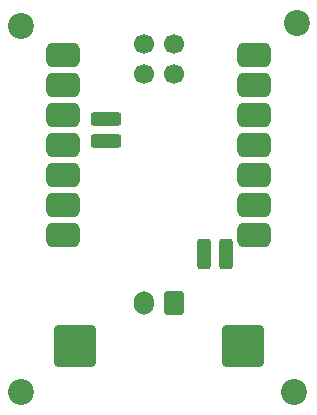
<source format=gbr>
%TF.GenerationSoftware,KiCad,Pcbnew,8.0.5*%
%TF.CreationDate,2024-10-16T14:13:12+03:00*%
%TF.ProjectId,H2Car_BatteryLevelndicator,48324361-725f-4426-9174-746572794c65,rev?*%
%TF.SameCoordinates,Original*%
%TF.FileFunction,Soldermask,Top*%
%TF.FilePolarity,Negative*%
%FSLAX46Y46*%
G04 Gerber Fmt 4.6, Leading zero omitted, Abs format (unit mm)*
G04 Created by KiCad (PCBNEW 8.0.5) date 2024-10-16 14:13:12*
%MOMM*%
%LPD*%
G01*
G04 APERTURE LIST*
G04 Aperture macros list*
%AMRoundRect*
0 Rectangle with rounded corners*
0 $1 Rounding radius*
0 $2 $3 $4 $5 $6 $7 $8 $9 X,Y pos of 4 corners*
0 Add a 4 corners polygon primitive as box body*
4,1,4,$2,$3,$4,$5,$6,$7,$8,$9,$2,$3,0*
0 Add four circle primitives for the rounded corners*
1,1,$1+$1,$2,$3*
1,1,$1+$1,$4,$5*
1,1,$1+$1,$6,$7*
1,1,$1+$1,$8,$9*
0 Add four rect primitives between the rounded corners*
20,1,$1+$1,$2,$3,$4,$5,0*
20,1,$1+$1,$4,$5,$6,$7,0*
20,1,$1+$1,$6,$7,$8,$9,0*
20,1,$1+$1,$8,$9,$2,$3,0*%
G04 Aperture macros list end*
%ADD10RoundRect,0.250002X-1.499998X-1.499998X1.499998X-1.499998X1.499998X1.499998X-1.499998X1.499998X0*%
%ADD11C,2.200000*%
%ADD12RoundRect,0.525400X-0.900400X-0.525400X0.900400X-0.525400X0.900400X0.525400X-0.900400X0.525400X0*%
%ADD13RoundRect,0.300400X1.000400X0.300400X-1.000400X0.300400X-1.000400X-0.300400X1.000400X-0.300400X0*%
%ADD14RoundRect,0.300400X-0.300400X1.000400X-0.300400X-1.000400X0.300400X-1.000400X0.300400X1.000400X0*%
%ADD15C,1.700000*%
%ADD16RoundRect,0.250000X0.600000X0.750000X-0.600000X0.750000X-0.600000X-0.750000X0.600000X-0.750000X0*%
%ADD17O,1.700000X2.000000*%
G04 APERTURE END LIST*
D10*
%TO.C,J1*%
X80848200Y-95148400D03*
%TD*%
D11*
%TO.C,H2*%
X99568000Y-67818000D03*
%TD*%
D10*
%TO.C,J3*%
X94996000Y-95148400D03*
%TD*%
D11*
%TO.C,H3*%
X76200000Y-99060000D03*
%TD*%
%TO.C,H4*%
X99314000Y-99060000D03*
%TD*%
D12*
%TO.C,U1*%
X79829000Y-70519100D03*
X79829000Y-73059100D03*
X79829000Y-75599100D03*
X79829000Y-78139100D03*
X79829000Y-80679100D03*
X79829000Y-83219100D03*
X79829000Y-85759100D03*
X95994000Y-85759100D03*
X95994000Y-83219100D03*
X95994000Y-80679100D03*
X95994000Y-78139100D03*
X95994000Y-75599100D03*
X95994000Y-73059100D03*
X95994000Y-70519100D03*
D13*
X83439000Y-77825600D03*
X83439000Y-75920600D03*
D14*
X91694000Y-87376000D03*
X93599000Y-87376000D03*
D15*
X86614000Y-69570600D03*
X89154000Y-69570600D03*
X86614000Y-72110600D03*
X89154000Y-72110600D03*
%TD*%
D11*
%TO.C,H1*%
X76200000Y-68072000D03*
%TD*%
D16*
%TO.C,J2*%
X89159400Y-91546000D03*
D17*
X86659400Y-91546000D03*
%TD*%
M02*

</source>
